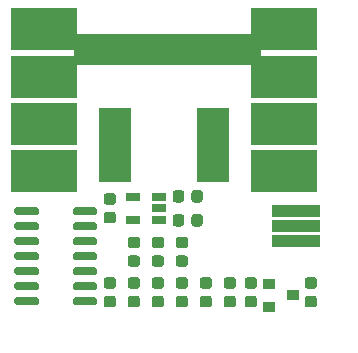
<source format=gts>
%TF.GenerationSoftware,KiCad,Pcbnew,(5.1.6)-1*%
%TF.CreationDate,2020-05-29T23:07:58+02:00*%
%TF.ProjectId,HottTankuhr,486f7474-5461-46e6-9b75-68722e6b6963,rev?*%
%TF.SameCoordinates,Original*%
%TF.FileFunction,Soldermask,Top*%
%TF.FilePolarity,Negative*%
%FSLAX46Y46*%
G04 Gerber Fmt 4.6, Leading zero omitted, Abs format (unit mm)*
G04 Created by KiCad (PCBNEW (5.1.6)-1) date 2020-05-29 23:07:58*
%MOMM*%
%LPD*%
G01*
G04 APERTURE LIST*
%ADD10C,0.100000*%
%ADD11R,5.600000X3.600000*%
%ADD12R,2.800000X6.300000*%
%ADD13R,4.100000X1.100000*%
%ADD14R,1.000000X0.900000*%
%ADD15R,1.160000X0.750000*%
G04 APERTURE END LIST*
D10*
G36*
X157988000Y-85852000D02*
G01*
X142240000Y-85852000D01*
X142240000Y-83312000D01*
X157988000Y-83312000D01*
X157988000Y-85852000D01*
G37*
X157988000Y-85852000D02*
X142240000Y-85852000D01*
X142240000Y-83312000D01*
X157988000Y-83312000D01*
X157988000Y-85852000D01*
D11*
X160020000Y-82900000D03*
X160020000Y-86900000D03*
X160020000Y-90900000D03*
X160020000Y-94900000D03*
X139700000Y-82900000D03*
X139700000Y-86900000D03*
X139700000Y-90900000D03*
X139700000Y-94900000D03*
G36*
G01*
X162587250Y-106431000D02*
X162024750Y-106431000D01*
G75*
G02*
X161781000Y-106187250I0J243750D01*
G01*
X161781000Y-105699750D01*
G75*
G02*
X162024750Y-105456000I243750J0D01*
G01*
X162587250Y-105456000D01*
G75*
G02*
X162831000Y-105699750I0J-243750D01*
G01*
X162831000Y-106187250D01*
G75*
G02*
X162587250Y-106431000I-243750J0D01*
G01*
G37*
G36*
G01*
X162587250Y-104856000D02*
X162024750Y-104856000D01*
G75*
G02*
X161781000Y-104612250I0J243750D01*
G01*
X161781000Y-104124750D01*
G75*
G02*
X162024750Y-103881000I243750J0D01*
G01*
X162587250Y-103881000D01*
G75*
G02*
X162831000Y-104124750I0J-243750D01*
G01*
X162831000Y-104612250D01*
G75*
G02*
X162587250Y-104856000I-243750J0D01*
G01*
G37*
G36*
G01*
X145006750Y-105456000D02*
X145569250Y-105456000D01*
G75*
G02*
X145813000Y-105699750I0J-243750D01*
G01*
X145813000Y-106187250D01*
G75*
G02*
X145569250Y-106431000I-243750J0D01*
G01*
X145006750Y-106431000D01*
G75*
G02*
X144763000Y-106187250I0J243750D01*
G01*
X144763000Y-105699750D01*
G75*
G02*
X145006750Y-105456000I243750J0D01*
G01*
G37*
G36*
G01*
X145006750Y-103881000D02*
X145569250Y-103881000D01*
G75*
G02*
X145813000Y-104124750I0J-243750D01*
G01*
X145813000Y-104612250D01*
G75*
G02*
X145569250Y-104856000I-243750J0D01*
G01*
X145006750Y-104856000D01*
G75*
G02*
X144763000Y-104612250I0J243750D01*
G01*
X144763000Y-104124750D01*
G75*
G02*
X145006750Y-103881000I243750J0D01*
G01*
G37*
D12*
X154010000Y-92710000D03*
X145710000Y-92710000D03*
G36*
G01*
X151102750Y-105456000D02*
X151665250Y-105456000D01*
G75*
G02*
X151909000Y-105699750I0J-243750D01*
G01*
X151909000Y-106187250D01*
G75*
G02*
X151665250Y-106431000I-243750J0D01*
G01*
X151102750Y-106431000D01*
G75*
G02*
X150859000Y-106187250I0J243750D01*
G01*
X150859000Y-105699750D01*
G75*
G02*
X151102750Y-105456000I243750J0D01*
G01*
G37*
G36*
G01*
X151102750Y-103881000D02*
X151665250Y-103881000D01*
G75*
G02*
X151909000Y-104124750I0J-243750D01*
G01*
X151909000Y-104612250D01*
G75*
G02*
X151665250Y-104856000I-243750J0D01*
G01*
X151102750Y-104856000D01*
G75*
G02*
X150859000Y-104612250I0J243750D01*
G01*
X150859000Y-104124750D01*
G75*
G02*
X151102750Y-103881000I243750J0D01*
G01*
G37*
G36*
G01*
X147601250Y-104856000D02*
X147038750Y-104856000D01*
G75*
G02*
X146795000Y-104612250I0J243750D01*
G01*
X146795000Y-104124750D01*
G75*
G02*
X147038750Y-103881000I243750J0D01*
G01*
X147601250Y-103881000D01*
G75*
G02*
X147845000Y-104124750I0J-243750D01*
G01*
X147845000Y-104612250D01*
G75*
G02*
X147601250Y-104856000I-243750J0D01*
G01*
G37*
G36*
G01*
X147601250Y-106431000D02*
X147038750Y-106431000D01*
G75*
G02*
X146795000Y-106187250I0J243750D01*
G01*
X146795000Y-105699750D01*
G75*
G02*
X147038750Y-105456000I243750J0D01*
G01*
X147601250Y-105456000D01*
G75*
G02*
X147845000Y-105699750I0J-243750D01*
G01*
X147845000Y-106187250D01*
G75*
G02*
X147601250Y-106431000I-243750J0D01*
G01*
G37*
G36*
G01*
X153134750Y-105456000D02*
X153697250Y-105456000D01*
G75*
G02*
X153941000Y-105699750I0J-243750D01*
G01*
X153941000Y-106187250D01*
G75*
G02*
X153697250Y-106431000I-243750J0D01*
G01*
X153134750Y-106431000D01*
G75*
G02*
X152891000Y-106187250I0J243750D01*
G01*
X152891000Y-105699750D01*
G75*
G02*
X153134750Y-105456000I243750J0D01*
G01*
G37*
G36*
G01*
X153134750Y-103881000D02*
X153697250Y-103881000D01*
G75*
G02*
X153941000Y-104124750I0J-243750D01*
G01*
X153941000Y-104612250D01*
G75*
G02*
X153697250Y-104856000I-243750J0D01*
G01*
X153134750Y-104856000D01*
G75*
G02*
X152891000Y-104612250I0J243750D01*
G01*
X152891000Y-104124750D01*
G75*
G02*
X153134750Y-103881000I243750J0D01*
G01*
G37*
G36*
G01*
X149070750Y-105456000D02*
X149633250Y-105456000D01*
G75*
G02*
X149877000Y-105699750I0J-243750D01*
G01*
X149877000Y-106187250D01*
G75*
G02*
X149633250Y-106431000I-243750J0D01*
G01*
X149070750Y-106431000D01*
G75*
G02*
X148827000Y-106187250I0J243750D01*
G01*
X148827000Y-105699750D01*
G75*
G02*
X149070750Y-105456000I243750J0D01*
G01*
G37*
G36*
G01*
X149070750Y-103881000D02*
X149633250Y-103881000D01*
G75*
G02*
X149877000Y-104124750I0J-243750D01*
G01*
X149877000Y-104612250D01*
G75*
G02*
X149633250Y-104856000I-243750J0D01*
G01*
X149070750Y-104856000D01*
G75*
G02*
X148827000Y-104612250I0J243750D01*
G01*
X148827000Y-104124750D01*
G75*
G02*
X149070750Y-103881000I243750J0D01*
G01*
G37*
G36*
G01*
X149633250Y-101427000D02*
X149070750Y-101427000D01*
G75*
G02*
X148827000Y-101183250I0J243750D01*
G01*
X148827000Y-100695750D01*
G75*
G02*
X149070750Y-100452000I243750J0D01*
G01*
X149633250Y-100452000D01*
G75*
G02*
X149877000Y-100695750I0J-243750D01*
G01*
X149877000Y-101183250D01*
G75*
G02*
X149633250Y-101427000I-243750J0D01*
G01*
G37*
G36*
G01*
X149633250Y-103002000D02*
X149070750Y-103002000D01*
G75*
G02*
X148827000Y-102758250I0J243750D01*
G01*
X148827000Y-102270750D01*
G75*
G02*
X149070750Y-102027000I243750J0D01*
G01*
X149633250Y-102027000D01*
G75*
G02*
X149877000Y-102270750I0J-243750D01*
G01*
X149877000Y-102758250D01*
G75*
G02*
X149633250Y-103002000I-243750J0D01*
G01*
G37*
G36*
G01*
X147038750Y-102027000D02*
X147601250Y-102027000D01*
G75*
G02*
X147845000Y-102270750I0J-243750D01*
G01*
X147845000Y-102758250D01*
G75*
G02*
X147601250Y-103002000I-243750J0D01*
G01*
X147038750Y-103002000D01*
G75*
G02*
X146795000Y-102758250I0J243750D01*
G01*
X146795000Y-102270750D01*
G75*
G02*
X147038750Y-102027000I243750J0D01*
G01*
G37*
G36*
G01*
X147038750Y-100452000D02*
X147601250Y-100452000D01*
G75*
G02*
X147845000Y-100695750I0J-243750D01*
G01*
X147845000Y-101183250D01*
G75*
G02*
X147601250Y-101427000I-243750J0D01*
G01*
X147038750Y-101427000D01*
G75*
G02*
X146795000Y-101183250I0J243750D01*
G01*
X146795000Y-100695750D01*
G75*
G02*
X147038750Y-100452000I243750J0D01*
G01*
G37*
G36*
G01*
X152192000Y-99341250D02*
X152192000Y-98778750D01*
G75*
G02*
X152435750Y-98535000I243750J0D01*
G01*
X152923250Y-98535000D01*
G75*
G02*
X153167000Y-98778750I0J-243750D01*
G01*
X153167000Y-99341250D01*
G75*
G02*
X152923250Y-99585000I-243750J0D01*
G01*
X152435750Y-99585000D01*
G75*
G02*
X152192000Y-99341250I0J243750D01*
G01*
G37*
G36*
G01*
X150617000Y-99341250D02*
X150617000Y-98778750D01*
G75*
G02*
X150860750Y-98535000I243750J0D01*
G01*
X151348250Y-98535000D01*
G75*
G02*
X151592000Y-98778750I0J-243750D01*
G01*
X151592000Y-99341250D01*
G75*
G02*
X151348250Y-99585000I-243750J0D01*
G01*
X150860750Y-99585000D01*
G75*
G02*
X150617000Y-99341250I0J243750D01*
G01*
G37*
G36*
G01*
X155729250Y-104856000D02*
X155166750Y-104856000D01*
G75*
G02*
X154923000Y-104612250I0J243750D01*
G01*
X154923000Y-104124750D01*
G75*
G02*
X155166750Y-103881000I243750J0D01*
G01*
X155729250Y-103881000D01*
G75*
G02*
X155973000Y-104124750I0J-243750D01*
G01*
X155973000Y-104612250D01*
G75*
G02*
X155729250Y-104856000I-243750J0D01*
G01*
G37*
G36*
G01*
X155729250Y-106431000D02*
X155166750Y-106431000D01*
G75*
G02*
X154923000Y-106187250I0J243750D01*
G01*
X154923000Y-105699750D01*
G75*
G02*
X155166750Y-105456000I243750J0D01*
G01*
X155729250Y-105456000D01*
G75*
G02*
X155973000Y-105699750I0J-243750D01*
G01*
X155973000Y-106187250D01*
G75*
G02*
X155729250Y-106431000I-243750J0D01*
G01*
G37*
G36*
G01*
X151665250Y-101427000D02*
X151102750Y-101427000D01*
G75*
G02*
X150859000Y-101183250I0J243750D01*
G01*
X150859000Y-100695750D01*
G75*
G02*
X151102750Y-100452000I243750J0D01*
G01*
X151665250Y-100452000D01*
G75*
G02*
X151909000Y-100695750I0J-243750D01*
G01*
X151909000Y-101183250D01*
G75*
G02*
X151665250Y-101427000I-243750J0D01*
G01*
G37*
G36*
G01*
X151665250Y-103002000D02*
X151102750Y-103002000D01*
G75*
G02*
X150859000Y-102758250I0J243750D01*
G01*
X150859000Y-102270750D01*
G75*
G02*
X151102750Y-102027000I243750J0D01*
G01*
X151665250Y-102027000D01*
G75*
G02*
X151909000Y-102270750I0J-243750D01*
G01*
X151909000Y-102758250D01*
G75*
G02*
X151665250Y-103002000I-243750J0D01*
G01*
G37*
G36*
G01*
X152192000Y-97309250D02*
X152192000Y-96746750D01*
G75*
G02*
X152435750Y-96503000I243750J0D01*
G01*
X152923250Y-96503000D01*
G75*
G02*
X153167000Y-96746750I0J-243750D01*
G01*
X153167000Y-97309250D01*
G75*
G02*
X152923250Y-97553000I-243750J0D01*
G01*
X152435750Y-97553000D01*
G75*
G02*
X152192000Y-97309250I0J243750D01*
G01*
G37*
G36*
G01*
X150617000Y-97309250D02*
X150617000Y-96746750D01*
G75*
G02*
X150860750Y-96503000I243750J0D01*
G01*
X151348250Y-96503000D01*
G75*
G02*
X151592000Y-96746750I0J-243750D01*
G01*
X151592000Y-97309250D01*
G75*
G02*
X151348250Y-97553000I-243750J0D01*
G01*
X150860750Y-97553000D01*
G75*
G02*
X150617000Y-97309250I0J243750D01*
G01*
G37*
G36*
G01*
X157507250Y-104856000D02*
X156944750Y-104856000D01*
G75*
G02*
X156701000Y-104612250I0J243750D01*
G01*
X156701000Y-104124750D01*
G75*
G02*
X156944750Y-103881000I243750J0D01*
G01*
X157507250Y-103881000D01*
G75*
G02*
X157751000Y-104124750I0J-243750D01*
G01*
X157751000Y-104612250D01*
G75*
G02*
X157507250Y-104856000I-243750J0D01*
G01*
G37*
G36*
G01*
X157507250Y-106431000D02*
X156944750Y-106431000D01*
G75*
G02*
X156701000Y-106187250I0J243750D01*
G01*
X156701000Y-105699750D01*
G75*
G02*
X156944750Y-105456000I243750J0D01*
G01*
X157507250Y-105456000D01*
G75*
G02*
X157751000Y-105699750I0J-243750D01*
G01*
X157751000Y-106187250D01*
G75*
G02*
X157507250Y-106431000I-243750J0D01*
G01*
G37*
G36*
G01*
X145006750Y-96769000D02*
X145569250Y-96769000D01*
G75*
G02*
X145813000Y-97012750I0J-243750D01*
G01*
X145813000Y-97500250D01*
G75*
G02*
X145569250Y-97744000I-243750J0D01*
G01*
X145006750Y-97744000D01*
G75*
G02*
X144763000Y-97500250I0J243750D01*
G01*
X144763000Y-97012750D01*
G75*
G02*
X145006750Y-96769000I243750J0D01*
G01*
G37*
G36*
G01*
X145006750Y-98344000D02*
X145569250Y-98344000D01*
G75*
G02*
X145813000Y-98587750I0J-243750D01*
G01*
X145813000Y-99075250D01*
G75*
G02*
X145569250Y-99319000I-243750J0D01*
G01*
X145006750Y-99319000D01*
G75*
G02*
X144763000Y-99075250I0J243750D01*
G01*
X144763000Y-98587750D01*
G75*
G02*
X145006750Y-98344000I243750J0D01*
G01*
G37*
D13*
X161036000Y-98298000D03*
X161036000Y-99568000D03*
X161036000Y-100838000D03*
D14*
X158766000Y-104460000D03*
X158766000Y-106360000D03*
X160766000Y-105410000D03*
G36*
G01*
X144216000Y-105743000D02*
X144216000Y-106093000D01*
G75*
G02*
X144041000Y-106268000I-175000J0D01*
G01*
X142341000Y-106268000D01*
G75*
G02*
X142166000Y-106093000I0J175000D01*
G01*
X142166000Y-105743000D01*
G75*
G02*
X142341000Y-105568000I175000J0D01*
G01*
X144041000Y-105568000D01*
G75*
G02*
X144216000Y-105743000I0J-175000D01*
G01*
G37*
G36*
G01*
X144216000Y-104473000D02*
X144216000Y-104823000D01*
G75*
G02*
X144041000Y-104998000I-175000J0D01*
G01*
X142341000Y-104998000D01*
G75*
G02*
X142166000Y-104823000I0J175000D01*
G01*
X142166000Y-104473000D01*
G75*
G02*
X142341000Y-104298000I175000J0D01*
G01*
X144041000Y-104298000D01*
G75*
G02*
X144216000Y-104473000I0J-175000D01*
G01*
G37*
G36*
G01*
X144216000Y-103203000D02*
X144216000Y-103553000D01*
G75*
G02*
X144041000Y-103728000I-175000J0D01*
G01*
X142341000Y-103728000D01*
G75*
G02*
X142166000Y-103553000I0J175000D01*
G01*
X142166000Y-103203000D01*
G75*
G02*
X142341000Y-103028000I175000J0D01*
G01*
X144041000Y-103028000D01*
G75*
G02*
X144216000Y-103203000I0J-175000D01*
G01*
G37*
G36*
G01*
X144216000Y-101933000D02*
X144216000Y-102283000D01*
G75*
G02*
X144041000Y-102458000I-175000J0D01*
G01*
X142341000Y-102458000D01*
G75*
G02*
X142166000Y-102283000I0J175000D01*
G01*
X142166000Y-101933000D01*
G75*
G02*
X142341000Y-101758000I175000J0D01*
G01*
X144041000Y-101758000D01*
G75*
G02*
X144216000Y-101933000I0J-175000D01*
G01*
G37*
G36*
G01*
X144216000Y-100663000D02*
X144216000Y-101013000D01*
G75*
G02*
X144041000Y-101188000I-175000J0D01*
G01*
X142341000Y-101188000D01*
G75*
G02*
X142166000Y-101013000I0J175000D01*
G01*
X142166000Y-100663000D01*
G75*
G02*
X142341000Y-100488000I175000J0D01*
G01*
X144041000Y-100488000D01*
G75*
G02*
X144216000Y-100663000I0J-175000D01*
G01*
G37*
G36*
G01*
X144216000Y-99393000D02*
X144216000Y-99743000D01*
G75*
G02*
X144041000Y-99918000I-175000J0D01*
G01*
X142341000Y-99918000D01*
G75*
G02*
X142166000Y-99743000I0J175000D01*
G01*
X142166000Y-99393000D01*
G75*
G02*
X142341000Y-99218000I175000J0D01*
G01*
X144041000Y-99218000D01*
G75*
G02*
X144216000Y-99393000I0J-175000D01*
G01*
G37*
G36*
G01*
X144216000Y-98123000D02*
X144216000Y-98473000D01*
G75*
G02*
X144041000Y-98648000I-175000J0D01*
G01*
X142341000Y-98648000D01*
G75*
G02*
X142166000Y-98473000I0J175000D01*
G01*
X142166000Y-98123000D01*
G75*
G02*
X142341000Y-97948000I175000J0D01*
G01*
X144041000Y-97948000D01*
G75*
G02*
X144216000Y-98123000I0J-175000D01*
G01*
G37*
G36*
G01*
X139266000Y-98123000D02*
X139266000Y-98473000D01*
G75*
G02*
X139091000Y-98648000I-175000J0D01*
G01*
X137391000Y-98648000D01*
G75*
G02*
X137216000Y-98473000I0J175000D01*
G01*
X137216000Y-98123000D01*
G75*
G02*
X137391000Y-97948000I175000J0D01*
G01*
X139091000Y-97948000D01*
G75*
G02*
X139266000Y-98123000I0J-175000D01*
G01*
G37*
G36*
G01*
X139266000Y-99393000D02*
X139266000Y-99743000D01*
G75*
G02*
X139091000Y-99918000I-175000J0D01*
G01*
X137391000Y-99918000D01*
G75*
G02*
X137216000Y-99743000I0J175000D01*
G01*
X137216000Y-99393000D01*
G75*
G02*
X137391000Y-99218000I175000J0D01*
G01*
X139091000Y-99218000D01*
G75*
G02*
X139266000Y-99393000I0J-175000D01*
G01*
G37*
G36*
G01*
X139266000Y-100663000D02*
X139266000Y-101013000D01*
G75*
G02*
X139091000Y-101188000I-175000J0D01*
G01*
X137391000Y-101188000D01*
G75*
G02*
X137216000Y-101013000I0J175000D01*
G01*
X137216000Y-100663000D01*
G75*
G02*
X137391000Y-100488000I175000J0D01*
G01*
X139091000Y-100488000D01*
G75*
G02*
X139266000Y-100663000I0J-175000D01*
G01*
G37*
G36*
G01*
X139266000Y-101933000D02*
X139266000Y-102283000D01*
G75*
G02*
X139091000Y-102458000I-175000J0D01*
G01*
X137391000Y-102458000D01*
G75*
G02*
X137216000Y-102283000I0J175000D01*
G01*
X137216000Y-101933000D01*
G75*
G02*
X137391000Y-101758000I175000J0D01*
G01*
X139091000Y-101758000D01*
G75*
G02*
X139266000Y-101933000I0J-175000D01*
G01*
G37*
G36*
G01*
X139266000Y-103203000D02*
X139266000Y-103553000D01*
G75*
G02*
X139091000Y-103728000I-175000J0D01*
G01*
X137391000Y-103728000D01*
G75*
G02*
X137216000Y-103553000I0J175000D01*
G01*
X137216000Y-103203000D01*
G75*
G02*
X137391000Y-103028000I175000J0D01*
G01*
X139091000Y-103028000D01*
G75*
G02*
X139266000Y-103203000I0J-175000D01*
G01*
G37*
G36*
G01*
X139266000Y-104473000D02*
X139266000Y-104823000D01*
G75*
G02*
X139091000Y-104998000I-175000J0D01*
G01*
X137391000Y-104998000D01*
G75*
G02*
X137216000Y-104823000I0J175000D01*
G01*
X137216000Y-104473000D01*
G75*
G02*
X137391000Y-104298000I175000J0D01*
G01*
X139091000Y-104298000D01*
G75*
G02*
X139266000Y-104473000I0J-175000D01*
G01*
G37*
G36*
G01*
X139266000Y-105743000D02*
X139266000Y-106093000D01*
G75*
G02*
X139091000Y-106268000I-175000J0D01*
G01*
X137391000Y-106268000D01*
G75*
G02*
X137216000Y-106093000I0J175000D01*
G01*
X137216000Y-105743000D01*
G75*
G02*
X137391000Y-105568000I175000J0D01*
G01*
X139091000Y-105568000D01*
G75*
G02*
X139266000Y-105743000I0J-175000D01*
G01*
G37*
D15*
X149436000Y-98994000D03*
X149436000Y-98044000D03*
X149436000Y-97094000D03*
X147236000Y-97094000D03*
X147236000Y-98994000D03*
M02*

</source>
